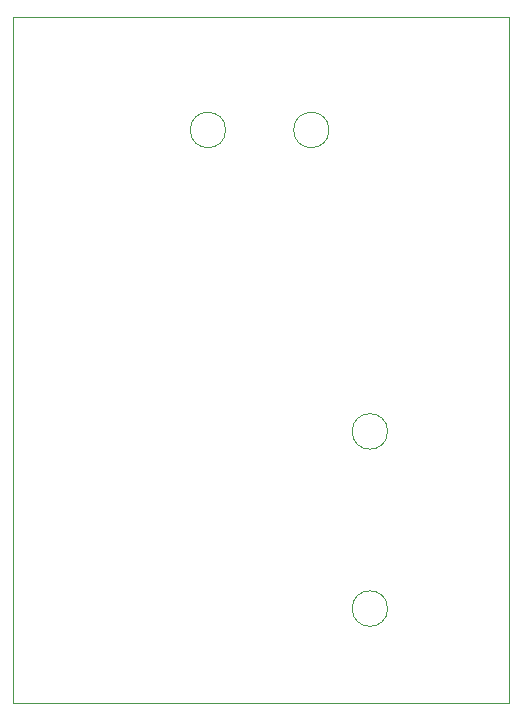
<source format=gbr>
%TF.GenerationSoftware,KiCad,Pcbnew,8.0.9-unknown-202502181922~c4009544a9~ubuntu24.04.1*%
%TF.CreationDate,2025-04-06T14:19:14-04:00*%
%TF.ProjectId,Acceleration Logger,41636365-6c65-4726-9174-696f6e204c6f,rev?*%
%TF.SameCoordinates,Original*%
%TF.FileFunction,Profile,NP*%
%FSLAX46Y46*%
G04 Gerber Fmt 4.6, Leading zero omitted, Abs format (unit mm)*
G04 Created by KiCad (PCBNEW 8.0.9-unknown-202502181922~c4009544a9~ubuntu24.04.1) date 2025-04-06 14:19:14*
%MOMM*%
%LPD*%
G01*
G04 APERTURE LIST*
%TA.AperFunction,Profile*%
%ADD10C,0.050000*%
%TD*%
G04 APERTURE END LIST*
D10*
X120650000Y-68640000D02*
X162650000Y-68640000D01*
X162650000Y-126700000D01*
X120650000Y-126700000D01*
X120650000Y-68640000D01*
%TO.C,J2*%
X138680000Y-78220000D02*
G75*
G02*
X135680000Y-78220000I-1500000J0D01*
G01*
X135680000Y-78220000D02*
G75*
G02*
X138680000Y-78220000I1500000J0D01*
G01*
X147430000Y-78220000D02*
G75*
G02*
X144430000Y-78220000I-1500000J0D01*
G01*
X144430000Y-78220000D02*
G75*
G02*
X147430000Y-78220000I1500000J0D01*
G01*
%TO.C,U2*%
X152390000Y-103745000D02*
G75*
G02*
X149390000Y-103745000I-1500000J0D01*
G01*
X149390000Y-103745000D02*
G75*
G02*
X152390000Y-103745000I1500000J0D01*
G01*
X152390000Y-118745000D02*
G75*
G02*
X149390000Y-118745000I-1500000J0D01*
G01*
X149390000Y-118745000D02*
G75*
G02*
X152390000Y-118745000I1500000J0D01*
G01*
%TD*%
M02*

</source>
